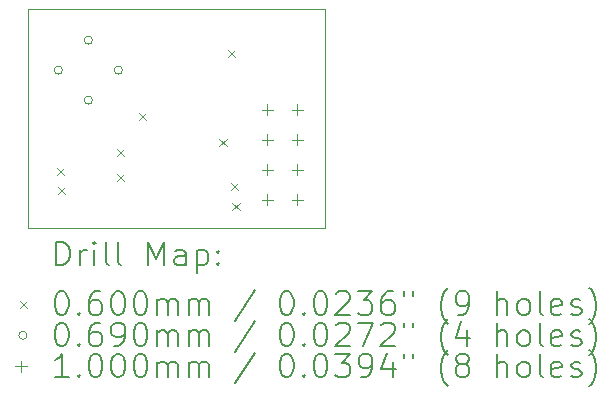
<source format=gbr>
%TF.GenerationSoftware,KiCad,Pcbnew,7.0.2*%
%TF.CreationDate,2023-05-24T09:17:06+02:00*%
%TF.ProjectId,PCB_Ewine,5043425f-4577-4696-9e65-2e6b69636164,rev?*%
%TF.SameCoordinates,Original*%
%TF.FileFunction,Drillmap*%
%TF.FilePolarity,Positive*%
%FSLAX45Y45*%
G04 Gerber Fmt 4.5, Leading zero omitted, Abs format (unit mm)*
G04 Created by KiCad (PCBNEW 7.0.2) date 2023-05-24 09:17:06*
%MOMM*%
%LPD*%
G01*
G04 APERTURE LIST*
%ADD10C,0.100000*%
%ADD11C,0.200000*%
%ADD12C,0.060000*%
%ADD13C,0.069000*%
G04 APERTURE END LIST*
D10*
X12985000Y-3500000D02*
X15500000Y-3500000D01*
X15500000Y-5350000D01*
X12985000Y-5350000D01*
X12985000Y-3500000D01*
D11*
D12*
X13230000Y-4840000D02*
X13290000Y-4900000D01*
X13290000Y-4840000D02*
X13230000Y-4900000D01*
X13240000Y-5000000D02*
X13300000Y-5060000D01*
X13300000Y-5000000D02*
X13240000Y-5060000D01*
X13740000Y-4680000D02*
X13800000Y-4740000D01*
X13800000Y-4680000D02*
X13740000Y-4740000D01*
X13740000Y-4890000D02*
X13800000Y-4950000D01*
X13800000Y-4890000D02*
X13740000Y-4950000D01*
X13930000Y-4380000D02*
X13990000Y-4440000D01*
X13990000Y-4380000D02*
X13930000Y-4440000D01*
X14610000Y-4600000D02*
X14670000Y-4660000D01*
X14670000Y-4600000D02*
X14610000Y-4660000D01*
X14680000Y-3840000D02*
X14740000Y-3900000D01*
X14740000Y-3840000D02*
X14680000Y-3900000D01*
X14710000Y-4970000D02*
X14770000Y-5030000D01*
X14770000Y-4970000D02*
X14710000Y-5030000D01*
X14720000Y-5140000D02*
X14780000Y-5200000D01*
X14780000Y-5140000D02*
X14720000Y-5200000D01*
D13*
X13280500Y-4014000D02*
G75*
G03*
X13280500Y-4014000I-34500J0D01*
G01*
X13534500Y-3760000D02*
G75*
G03*
X13534500Y-3760000I-34500J0D01*
G01*
X13534500Y-4268000D02*
G75*
G03*
X13534500Y-4268000I-34500J0D01*
G01*
X13788500Y-4014000D02*
G75*
G03*
X13788500Y-4014000I-34500J0D01*
G01*
D10*
X15016000Y-4298000D02*
X15016000Y-4398000D01*
X14966000Y-4348000D02*
X15066000Y-4348000D01*
X15016000Y-4552000D02*
X15016000Y-4652000D01*
X14966000Y-4602000D02*
X15066000Y-4602000D01*
X15016000Y-4806000D02*
X15016000Y-4906000D01*
X14966000Y-4856000D02*
X15066000Y-4856000D01*
X15016000Y-5060000D02*
X15016000Y-5160000D01*
X14966000Y-5110000D02*
X15066000Y-5110000D01*
X15270000Y-4298000D02*
X15270000Y-4398000D01*
X15220000Y-4348000D02*
X15320000Y-4348000D01*
X15270000Y-4552000D02*
X15270000Y-4652000D01*
X15220000Y-4602000D02*
X15320000Y-4602000D01*
X15270000Y-4806000D02*
X15270000Y-4906000D01*
X15220000Y-4856000D02*
X15320000Y-4856000D01*
X15270000Y-5060000D02*
X15270000Y-5160000D01*
X15220000Y-5110000D02*
X15320000Y-5110000D01*
D11*
X13227619Y-5667524D02*
X13227619Y-5467524D01*
X13227619Y-5467524D02*
X13275238Y-5467524D01*
X13275238Y-5467524D02*
X13303809Y-5477048D01*
X13303809Y-5477048D02*
X13322857Y-5496095D01*
X13322857Y-5496095D02*
X13332381Y-5515143D01*
X13332381Y-5515143D02*
X13341905Y-5553238D01*
X13341905Y-5553238D02*
X13341905Y-5581810D01*
X13341905Y-5581810D02*
X13332381Y-5619905D01*
X13332381Y-5619905D02*
X13322857Y-5638952D01*
X13322857Y-5638952D02*
X13303809Y-5658000D01*
X13303809Y-5658000D02*
X13275238Y-5667524D01*
X13275238Y-5667524D02*
X13227619Y-5667524D01*
X13427619Y-5667524D02*
X13427619Y-5534190D01*
X13427619Y-5572286D02*
X13437143Y-5553238D01*
X13437143Y-5553238D02*
X13446667Y-5543714D01*
X13446667Y-5543714D02*
X13465714Y-5534190D01*
X13465714Y-5534190D02*
X13484762Y-5534190D01*
X13551428Y-5667524D02*
X13551428Y-5534190D01*
X13551428Y-5467524D02*
X13541905Y-5477048D01*
X13541905Y-5477048D02*
X13551428Y-5486571D01*
X13551428Y-5486571D02*
X13560952Y-5477048D01*
X13560952Y-5477048D02*
X13551428Y-5467524D01*
X13551428Y-5467524D02*
X13551428Y-5486571D01*
X13675238Y-5667524D02*
X13656190Y-5658000D01*
X13656190Y-5658000D02*
X13646667Y-5638952D01*
X13646667Y-5638952D02*
X13646667Y-5467524D01*
X13780000Y-5667524D02*
X13760952Y-5658000D01*
X13760952Y-5658000D02*
X13751428Y-5638952D01*
X13751428Y-5638952D02*
X13751428Y-5467524D01*
X14008571Y-5667524D02*
X14008571Y-5467524D01*
X14008571Y-5467524D02*
X14075238Y-5610381D01*
X14075238Y-5610381D02*
X14141905Y-5467524D01*
X14141905Y-5467524D02*
X14141905Y-5667524D01*
X14322857Y-5667524D02*
X14322857Y-5562762D01*
X14322857Y-5562762D02*
X14313333Y-5543714D01*
X14313333Y-5543714D02*
X14294286Y-5534190D01*
X14294286Y-5534190D02*
X14256190Y-5534190D01*
X14256190Y-5534190D02*
X14237143Y-5543714D01*
X14322857Y-5658000D02*
X14303809Y-5667524D01*
X14303809Y-5667524D02*
X14256190Y-5667524D01*
X14256190Y-5667524D02*
X14237143Y-5658000D01*
X14237143Y-5658000D02*
X14227619Y-5638952D01*
X14227619Y-5638952D02*
X14227619Y-5619905D01*
X14227619Y-5619905D02*
X14237143Y-5600857D01*
X14237143Y-5600857D02*
X14256190Y-5591333D01*
X14256190Y-5591333D02*
X14303809Y-5591333D01*
X14303809Y-5591333D02*
X14322857Y-5581810D01*
X14418095Y-5534190D02*
X14418095Y-5734190D01*
X14418095Y-5543714D02*
X14437143Y-5534190D01*
X14437143Y-5534190D02*
X14475238Y-5534190D01*
X14475238Y-5534190D02*
X14494286Y-5543714D01*
X14494286Y-5543714D02*
X14503809Y-5553238D01*
X14503809Y-5553238D02*
X14513333Y-5572286D01*
X14513333Y-5572286D02*
X14513333Y-5629428D01*
X14513333Y-5629428D02*
X14503809Y-5648476D01*
X14503809Y-5648476D02*
X14494286Y-5658000D01*
X14494286Y-5658000D02*
X14475238Y-5667524D01*
X14475238Y-5667524D02*
X14437143Y-5667524D01*
X14437143Y-5667524D02*
X14418095Y-5658000D01*
X14599048Y-5648476D02*
X14608571Y-5658000D01*
X14608571Y-5658000D02*
X14599048Y-5667524D01*
X14599048Y-5667524D02*
X14589524Y-5658000D01*
X14589524Y-5658000D02*
X14599048Y-5648476D01*
X14599048Y-5648476D02*
X14599048Y-5667524D01*
X14599048Y-5543714D02*
X14608571Y-5553238D01*
X14608571Y-5553238D02*
X14599048Y-5562762D01*
X14599048Y-5562762D02*
X14589524Y-5553238D01*
X14589524Y-5553238D02*
X14599048Y-5543714D01*
X14599048Y-5543714D02*
X14599048Y-5562762D01*
D12*
X12920000Y-5965000D02*
X12980000Y-6025000D01*
X12980000Y-5965000D02*
X12920000Y-6025000D01*
D11*
X13265714Y-5887524D02*
X13284762Y-5887524D01*
X13284762Y-5887524D02*
X13303809Y-5897048D01*
X13303809Y-5897048D02*
X13313333Y-5906571D01*
X13313333Y-5906571D02*
X13322857Y-5925619D01*
X13322857Y-5925619D02*
X13332381Y-5963714D01*
X13332381Y-5963714D02*
X13332381Y-6011333D01*
X13332381Y-6011333D02*
X13322857Y-6049428D01*
X13322857Y-6049428D02*
X13313333Y-6068476D01*
X13313333Y-6068476D02*
X13303809Y-6078000D01*
X13303809Y-6078000D02*
X13284762Y-6087524D01*
X13284762Y-6087524D02*
X13265714Y-6087524D01*
X13265714Y-6087524D02*
X13246667Y-6078000D01*
X13246667Y-6078000D02*
X13237143Y-6068476D01*
X13237143Y-6068476D02*
X13227619Y-6049428D01*
X13227619Y-6049428D02*
X13218095Y-6011333D01*
X13218095Y-6011333D02*
X13218095Y-5963714D01*
X13218095Y-5963714D02*
X13227619Y-5925619D01*
X13227619Y-5925619D02*
X13237143Y-5906571D01*
X13237143Y-5906571D02*
X13246667Y-5897048D01*
X13246667Y-5897048D02*
X13265714Y-5887524D01*
X13418095Y-6068476D02*
X13427619Y-6078000D01*
X13427619Y-6078000D02*
X13418095Y-6087524D01*
X13418095Y-6087524D02*
X13408571Y-6078000D01*
X13408571Y-6078000D02*
X13418095Y-6068476D01*
X13418095Y-6068476D02*
X13418095Y-6087524D01*
X13599048Y-5887524D02*
X13560952Y-5887524D01*
X13560952Y-5887524D02*
X13541905Y-5897048D01*
X13541905Y-5897048D02*
X13532381Y-5906571D01*
X13532381Y-5906571D02*
X13513333Y-5935143D01*
X13513333Y-5935143D02*
X13503809Y-5973238D01*
X13503809Y-5973238D02*
X13503809Y-6049428D01*
X13503809Y-6049428D02*
X13513333Y-6068476D01*
X13513333Y-6068476D02*
X13522857Y-6078000D01*
X13522857Y-6078000D02*
X13541905Y-6087524D01*
X13541905Y-6087524D02*
X13580000Y-6087524D01*
X13580000Y-6087524D02*
X13599048Y-6078000D01*
X13599048Y-6078000D02*
X13608571Y-6068476D01*
X13608571Y-6068476D02*
X13618095Y-6049428D01*
X13618095Y-6049428D02*
X13618095Y-6001809D01*
X13618095Y-6001809D02*
X13608571Y-5982762D01*
X13608571Y-5982762D02*
X13599048Y-5973238D01*
X13599048Y-5973238D02*
X13580000Y-5963714D01*
X13580000Y-5963714D02*
X13541905Y-5963714D01*
X13541905Y-5963714D02*
X13522857Y-5973238D01*
X13522857Y-5973238D02*
X13513333Y-5982762D01*
X13513333Y-5982762D02*
X13503809Y-6001809D01*
X13741905Y-5887524D02*
X13760952Y-5887524D01*
X13760952Y-5887524D02*
X13780000Y-5897048D01*
X13780000Y-5897048D02*
X13789524Y-5906571D01*
X13789524Y-5906571D02*
X13799048Y-5925619D01*
X13799048Y-5925619D02*
X13808571Y-5963714D01*
X13808571Y-5963714D02*
X13808571Y-6011333D01*
X13808571Y-6011333D02*
X13799048Y-6049428D01*
X13799048Y-6049428D02*
X13789524Y-6068476D01*
X13789524Y-6068476D02*
X13780000Y-6078000D01*
X13780000Y-6078000D02*
X13760952Y-6087524D01*
X13760952Y-6087524D02*
X13741905Y-6087524D01*
X13741905Y-6087524D02*
X13722857Y-6078000D01*
X13722857Y-6078000D02*
X13713333Y-6068476D01*
X13713333Y-6068476D02*
X13703809Y-6049428D01*
X13703809Y-6049428D02*
X13694286Y-6011333D01*
X13694286Y-6011333D02*
X13694286Y-5963714D01*
X13694286Y-5963714D02*
X13703809Y-5925619D01*
X13703809Y-5925619D02*
X13713333Y-5906571D01*
X13713333Y-5906571D02*
X13722857Y-5897048D01*
X13722857Y-5897048D02*
X13741905Y-5887524D01*
X13932381Y-5887524D02*
X13951429Y-5887524D01*
X13951429Y-5887524D02*
X13970476Y-5897048D01*
X13970476Y-5897048D02*
X13980000Y-5906571D01*
X13980000Y-5906571D02*
X13989524Y-5925619D01*
X13989524Y-5925619D02*
X13999048Y-5963714D01*
X13999048Y-5963714D02*
X13999048Y-6011333D01*
X13999048Y-6011333D02*
X13989524Y-6049428D01*
X13989524Y-6049428D02*
X13980000Y-6068476D01*
X13980000Y-6068476D02*
X13970476Y-6078000D01*
X13970476Y-6078000D02*
X13951429Y-6087524D01*
X13951429Y-6087524D02*
X13932381Y-6087524D01*
X13932381Y-6087524D02*
X13913333Y-6078000D01*
X13913333Y-6078000D02*
X13903809Y-6068476D01*
X13903809Y-6068476D02*
X13894286Y-6049428D01*
X13894286Y-6049428D02*
X13884762Y-6011333D01*
X13884762Y-6011333D02*
X13884762Y-5963714D01*
X13884762Y-5963714D02*
X13894286Y-5925619D01*
X13894286Y-5925619D02*
X13903809Y-5906571D01*
X13903809Y-5906571D02*
X13913333Y-5897048D01*
X13913333Y-5897048D02*
X13932381Y-5887524D01*
X14084762Y-6087524D02*
X14084762Y-5954190D01*
X14084762Y-5973238D02*
X14094286Y-5963714D01*
X14094286Y-5963714D02*
X14113333Y-5954190D01*
X14113333Y-5954190D02*
X14141905Y-5954190D01*
X14141905Y-5954190D02*
X14160952Y-5963714D01*
X14160952Y-5963714D02*
X14170476Y-5982762D01*
X14170476Y-5982762D02*
X14170476Y-6087524D01*
X14170476Y-5982762D02*
X14180000Y-5963714D01*
X14180000Y-5963714D02*
X14199048Y-5954190D01*
X14199048Y-5954190D02*
X14227619Y-5954190D01*
X14227619Y-5954190D02*
X14246667Y-5963714D01*
X14246667Y-5963714D02*
X14256190Y-5982762D01*
X14256190Y-5982762D02*
X14256190Y-6087524D01*
X14351429Y-6087524D02*
X14351429Y-5954190D01*
X14351429Y-5973238D02*
X14360952Y-5963714D01*
X14360952Y-5963714D02*
X14380000Y-5954190D01*
X14380000Y-5954190D02*
X14408571Y-5954190D01*
X14408571Y-5954190D02*
X14427619Y-5963714D01*
X14427619Y-5963714D02*
X14437143Y-5982762D01*
X14437143Y-5982762D02*
X14437143Y-6087524D01*
X14437143Y-5982762D02*
X14446667Y-5963714D01*
X14446667Y-5963714D02*
X14465714Y-5954190D01*
X14465714Y-5954190D02*
X14494286Y-5954190D01*
X14494286Y-5954190D02*
X14513333Y-5963714D01*
X14513333Y-5963714D02*
X14522857Y-5982762D01*
X14522857Y-5982762D02*
X14522857Y-6087524D01*
X14913333Y-5878000D02*
X14741905Y-6135143D01*
X15170476Y-5887524D02*
X15189524Y-5887524D01*
X15189524Y-5887524D02*
X15208572Y-5897048D01*
X15208572Y-5897048D02*
X15218095Y-5906571D01*
X15218095Y-5906571D02*
X15227619Y-5925619D01*
X15227619Y-5925619D02*
X15237143Y-5963714D01*
X15237143Y-5963714D02*
X15237143Y-6011333D01*
X15237143Y-6011333D02*
X15227619Y-6049428D01*
X15227619Y-6049428D02*
X15218095Y-6068476D01*
X15218095Y-6068476D02*
X15208572Y-6078000D01*
X15208572Y-6078000D02*
X15189524Y-6087524D01*
X15189524Y-6087524D02*
X15170476Y-6087524D01*
X15170476Y-6087524D02*
X15151429Y-6078000D01*
X15151429Y-6078000D02*
X15141905Y-6068476D01*
X15141905Y-6068476D02*
X15132381Y-6049428D01*
X15132381Y-6049428D02*
X15122857Y-6011333D01*
X15122857Y-6011333D02*
X15122857Y-5963714D01*
X15122857Y-5963714D02*
X15132381Y-5925619D01*
X15132381Y-5925619D02*
X15141905Y-5906571D01*
X15141905Y-5906571D02*
X15151429Y-5897048D01*
X15151429Y-5897048D02*
X15170476Y-5887524D01*
X15322857Y-6068476D02*
X15332381Y-6078000D01*
X15332381Y-6078000D02*
X15322857Y-6087524D01*
X15322857Y-6087524D02*
X15313333Y-6078000D01*
X15313333Y-6078000D02*
X15322857Y-6068476D01*
X15322857Y-6068476D02*
X15322857Y-6087524D01*
X15456191Y-5887524D02*
X15475238Y-5887524D01*
X15475238Y-5887524D02*
X15494286Y-5897048D01*
X15494286Y-5897048D02*
X15503810Y-5906571D01*
X15503810Y-5906571D02*
X15513333Y-5925619D01*
X15513333Y-5925619D02*
X15522857Y-5963714D01*
X15522857Y-5963714D02*
X15522857Y-6011333D01*
X15522857Y-6011333D02*
X15513333Y-6049428D01*
X15513333Y-6049428D02*
X15503810Y-6068476D01*
X15503810Y-6068476D02*
X15494286Y-6078000D01*
X15494286Y-6078000D02*
X15475238Y-6087524D01*
X15475238Y-6087524D02*
X15456191Y-6087524D01*
X15456191Y-6087524D02*
X15437143Y-6078000D01*
X15437143Y-6078000D02*
X15427619Y-6068476D01*
X15427619Y-6068476D02*
X15418095Y-6049428D01*
X15418095Y-6049428D02*
X15408572Y-6011333D01*
X15408572Y-6011333D02*
X15408572Y-5963714D01*
X15408572Y-5963714D02*
X15418095Y-5925619D01*
X15418095Y-5925619D02*
X15427619Y-5906571D01*
X15427619Y-5906571D02*
X15437143Y-5897048D01*
X15437143Y-5897048D02*
X15456191Y-5887524D01*
X15599048Y-5906571D02*
X15608572Y-5897048D01*
X15608572Y-5897048D02*
X15627619Y-5887524D01*
X15627619Y-5887524D02*
X15675238Y-5887524D01*
X15675238Y-5887524D02*
X15694286Y-5897048D01*
X15694286Y-5897048D02*
X15703810Y-5906571D01*
X15703810Y-5906571D02*
X15713333Y-5925619D01*
X15713333Y-5925619D02*
X15713333Y-5944667D01*
X15713333Y-5944667D02*
X15703810Y-5973238D01*
X15703810Y-5973238D02*
X15589524Y-6087524D01*
X15589524Y-6087524D02*
X15713333Y-6087524D01*
X15780000Y-5887524D02*
X15903810Y-5887524D01*
X15903810Y-5887524D02*
X15837143Y-5963714D01*
X15837143Y-5963714D02*
X15865714Y-5963714D01*
X15865714Y-5963714D02*
X15884762Y-5973238D01*
X15884762Y-5973238D02*
X15894286Y-5982762D01*
X15894286Y-5982762D02*
X15903810Y-6001809D01*
X15903810Y-6001809D02*
X15903810Y-6049428D01*
X15903810Y-6049428D02*
X15894286Y-6068476D01*
X15894286Y-6068476D02*
X15884762Y-6078000D01*
X15884762Y-6078000D02*
X15865714Y-6087524D01*
X15865714Y-6087524D02*
X15808572Y-6087524D01*
X15808572Y-6087524D02*
X15789524Y-6078000D01*
X15789524Y-6078000D02*
X15780000Y-6068476D01*
X16075238Y-5887524D02*
X16037143Y-5887524D01*
X16037143Y-5887524D02*
X16018095Y-5897048D01*
X16018095Y-5897048D02*
X16008572Y-5906571D01*
X16008572Y-5906571D02*
X15989524Y-5935143D01*
X15989524Y-5935143D02*
X15980000Y-5973238D01*
X15980000Y-5973238D02*
X15980000Y-6049428D01*
X15980000Y-6049428D02*
X15989524Y-6068476D01*
X15989524Y-6068476D02*
X15999048Y-6078000D01*
X15999048Y-6078000D02*
X16018095Y-6087524D01*
X16018095Y-6087524D02*
X16056191Y-6087524D01*
X16056191Y-6087524D02*
X16075238Y-6078000D01*
X16075238Y-6078000D02*
X16084762Y-6068476D01*
X16084762Y-6068476D02*
X16094286Y-6049428D01*
X16094286Y-6049428D02*
X16094286Y-6001809D01*
X16094286Y-6001809D02*
X16084762Y-5982762D01*
X16084762Y-5982762D02*
X16075238Y-5973238D01*
X16075238Y-5973238D02*
X16056191Y-5963714D01*
X16056191Y-5963714D02*
X16018095Y-5963714D01*
X16018095Y-5963714D02*
X15999048Y-5973238D01*
X15999048Y-5973238D02*
X15989524Y-5982762D01*
X15989524Y-5982762D02*
X15980000Y-6001809D01*
X16170476Y-5887524D02*
X16170476Y-5925619D01*
X16246667Y-5887524D02*
X16246667Y-5925619D01*
X16541905Y-6163714D02*
X16532381Y-6154190D01*
X16532381Y-6154190D02*
X16513334Y-6125619D01*
X16513334Y-6125619D02*
X16503810Y-6106571D01*
X16503810Y-6106571D02*
X16494286Y-6078000D01*
X16494286Y-6078000D02*
X16484762Y-6030381D01*
X16484762Y-6030381D02*
X16484762Y-5992286D01*
X16484762Y-5992286D02*
X16494286Y-5944667D01*
X16494286Y-5944667D02*
X16503810Y-5916095D01*
X16503810Y-5916095D02*
X16513334Y-5897048D01*
X16513334Y-5897048D02*
X16532381Y-5868476D01*
X16532381Y-5868476D02*
X16541905Y-5858952D01*
X16627619Y-6087524D02*
X16665714Y-6087524D01*
X16665714Y-6087524D02*
X16684762Y-6078000D01*
X16684762Y-6078000D02*
X16694286Y-6068476D01*
X16694286Y-6068476D02*
X16713334Y-6039905D01*
X16713334Y-6039905D02*
X16722857Y-6001809D01*
X16722857Y-6001809D02*
X16722857Y-5925619D01*
X16722857Y-5925619D02*
X16713334Y-5906571D01*
X16713334Y-5906571D02*
X16703810Y-5897048D01*
X16703810Y-5897048D02*
X16684762Y-5887524D01*
X16684762Y-5887524D02*
X16646667Y-5887524D01*
X16646667Y-5887524D02*
X16627619Y-5897048D01*
X16627619Y-5897048D02*
X16618095Y-5906571D01*
X16618095Y-5906571D02*
X16608572Y-5925619D01*
X16608572Y-5925619D02*
X16608572Y-5973238D01*
X16608572Y-5973238D02*
X16618095Y-5992286D01*
X16618095Y-5992286D02*
X16627619Y-6001809D01*
X16627619Y-6001809D02*
X16646667Y-6011333D01*
X16646667Y-6011333D02*
X16684762Y-6011333D01*
X16684762Y-6011333D02*
X16703810Y-6001809D01*
X16703810Y-6001809D02*
X16713334Y-5992286D01*
X16713334Y-5992286D02*
X16722857Y-5973238D01*
X16960953Y-6087524D02*
X16960953Y-5887524D01*
X17046667Y-6087524D02*
X17046667Y-5982762D01*
X17046667Y-5982762D02*
X17037143Y-5963714D01*
X17037143Y-5963714D02*
X17018096Y-5954190D01*
X17018096Y-5954190D02*
X16989524Y-5954190D01*
X16989524Y-5954190D02*
X16970477Y-5963714D01*
X16970477Y-5963714D02*
X16960953Y-5973238D01*
X17170477Y-6087524D02*
X17151429Y-6078000D01*
X17151429Y-6078000D02*
X17141905Y-6068476D01*
X17141905Y-6068476D02*
X17132381Y-6049428D01*
X17132381Y-6049428D02*
X17132381Y-5992286D01*
X17132381Y-5992286D02*
X17141905Y-5973238D01*
X17141905Y-5973238D02*
X17151429Y-5963714D01*
X17151429Y-5963714D02*
X17170477Y-5954190D01*
X17170477Y-5954190D02*
X17199048Y-5954190D01*
X17199048Y-5954190D02*
X17218096Y-5963714D01*
X17218096Y-5963714D02*
X17227619Y-5973238D01*
X17227619Y-5973238D02*
X17237143Y-5992286D01*
X17237143Y-5992286D02*
X17237143Y-6049428D01*
X17237143Y-6049428D02*
X17227619Y-6068476D01*
X17227619Y-6068476D02*
X17218096Y-6078000D01*
X17218096Y-6078000D02*
X17199048Y-6087524D01*
X17199048Y-6087524D02*
X17170477Y-6087524D01*
X17351429Y-6087524D02*
X17332381Y-6078000D01*
X17332381Y-6078000D02*
X17322858Y-6058952D01*
X17322858Y-6058952D02*
X17322858Y-5887524D01*
X17503810Y-6078000D02*
X17484762Y-6087524D01*
X17484762Y-6087524D02*
X17446667Y-6087524D01*
X17446667Y-6087524D02*
X17427619Y-6078000D01*
X17427619Y-6078000D02*
X17418096Y-6058952D01*
X17418096Y-6058952D02*
X17418096Y-5982762D01*
X17418096Y-5982762D02*
X17427619Y-5963714D01*
X17427619Y-5963714D02*
X17446667Y-5954190D01*
X17446667Y-5954190D02*
X17484762Y-5954190D01*
X17484762Y-5954190D02*
X17503810Y-5963714D01*
X17503810Y-5963714D02*
X17513334Y-5982762D01*
X17513334Y-5982762D02*
X17513334Y-6001809D01*
X17513334Y-6001809D02*
X17418096Y-6020857D01*
X17589524Y-6078000D02*
X17608572Y-6087524D01*
X17608572Y-6087524D02*
X17646667Y-6087524D01*
X17646667Y-6087524D02*
X17665715Y-6078000D01*
X17665715Y-6078000D02*
X17675239Y-6058952D01*
X17675239Y-6058952D02*
X17675239Y-6049428D01*
X17675239Y-6049428D02*
X17665715Y-6030381D01*
X17665715Y-6030381D02*
X17646667Y-6020857D01*
X17646667Y-6020857D02*
X17618096Y-6020857D01*
X17618096Y-6020857D02*
X17599048Y-6011333D01*
X17599048Y-6011333D02*
X17589524Y-5992286D01*
X17589524Y-5992286D02*
X17589524Y-5982762D01*
X17589524Y-5982762D02*
X17599048Y-5963714D01*
X17599048Y-5963714D02*
X17618096Y-5954190D01*
X17618096Y-5954190D02*
X17646667Y-5954190D01*
X17646667Y-5954190D02*
X17665715Y-5963714D01*
X17741905Y-6163714D02*
X17751429Y-6154190D01*
X17751429Y-6154190D02*
X17770477Y-6125619D01*
X17770477Y-6125619D02*
X17780000Y-6106571D01*
X17780000Y-6106571D02*
X17789524Y-6078000D01*
X17789524Y-6078000D02*
X17799048Y-6030381D01*
X17799048Y-6030381D02*
X17799048Y-5992286D01*
X17799048Y-5992286D02*
X17789524Y-5944667D01*
X17789524Y-5944667D02*
X17780000Y-5916095D01*
X17780000Y-5916095D02*
X17770477Y-5897048D01*
X17770477Y-5897048D02*
X17751429Y-5868476D01*
X17751429Y-5868476D02*
X17741905Y-5858952D01*
D13*
X12980000Y-6259000D02*
G75*
G03*
X12980000Y-6259000I-34500J0D01*
G01*
D11*
X13265714Y-6151524D02*
X13284762Y-6151524D01*
X13284762Y-6151524D02*
X13303809Y-6161048D01*
X13303809Y-6161048D02*
X13313333Y-6170571D01*
X13313333Y-6170571D02*
X13322857Y-6189619D01*
X13322857Y-6189619D02*
X13332381Y-6227714D01*
X13332381Y-6227714D02*
X13332381Y-6275333D01*
X13332381Y-6275333D02*
X13322857Y-6313428D01*
X13322857Y-6313428D02*
X13313333Y-6332476D01*
X13313333Y-6332476D02*
X13303809Y-6342000D01*
X13303809Y-6342000D02*
X13284762Y-6351524D01*
X13284762Y-6351524D02*
X13265714Y-6351524D01*
X13265714Y-6351524D02*
X13246667Y-6342000D01*
X13246667Y-6342000D02*
X13237143Y-6332476D01*
X13237143Y-6332476D02*
X13227619Y-6313428D01*
X13227619Y-6313428D02*
X13218095Y-6275333D01*
X13218095Y-6275333D02*
X13218095Y-6227714D01*
X13218095Y-6227714D02*
X13227619Y-6189619D01*
X13227619Y-6189619D02*
X13237143Y-6170571D01*
X13237143Y-6170571D02*
X13246667Y-6161048D01*
X13246667Y-6161048D02*
X13265714Y-6151524D01*
X13418095Y-6332476D02*
X13427619Y-6342000D01*
X13427619Y-6342000D02*
X13418095Y-6351524D01*
X13418095Y-6351524D02*
X13408571Y-6342000D01*
X13408571Y-6342000D02*
X13418095Y-6332476D01*
X13418095Y-6332476D02*
X13418095Y-6351524D01*
X13599048Y-6151524D02*
X13560952Y-6151524D01*
X13560952Y-6151524D02*
X13541905Y-6161048D01*
X13541905Y-6161048D02*
X13532381Y-6170571D01*
X13532381Y-6170571D02*
X13513333Y-6199143D01*
X13513333Y-6199143D02*
X13503809Y-6237238D01*
X13503809Y-6237238D02*
X13503809Y-6313428D01*
X13503809Y-6313428D02*
X13513333Y-6332476D01*
X13513333Y-6332476D02*
X13522857Y-6342000D01*
X13522857Y-6342000D02*
X13541905Y-6351524D01*
X13541905Y-6351524D02*
X13580000Y-6351524D01*
X13580000Y-6351524D02*
X13599048Y-6342000D01*
X13599048Y-6342000D02*
X13608571Y-6332476D01*
X13608571Y-6332476D02*
X13618095Y-6313428D01*
X13618095Y-6313428D02*
X13618095Y-6265809D01*
X13618095Y-6265809D02*
X13608571Y-6246762D01*
X13608571Y-6246762D02*
X13599048Y-6237238D01*
X13599048Y-6237238D02*
X13580000Y-6227714D01*
X13580000Y-6227714D02*
X13541905Y-6227714D01*
X13541905Y-6227714D02*
X13522857Y-6237238D01*
X13522857Y-6237238D02*
X13513333Y-6246762D01*
X13513333Y-6246762D02*
X13503809Y-6265809D01*
X13713333Y-6351524D02*
X13751428Y-6351524D01*
X13751428Y-6351524D02*
X13770476Y-6342000D01*
X13770476Y-6342000D02*
X13780000Y-6332476D01*
X13780000Y-6332476D02*
X13799048Y-6303905D01*
X13799048Y-6303905D02*
X13808571Y-6265809D01*
X13808571Y-6265809D02*
X13808571Y-6189619D01*
X13808571Y-6189619D02*
X13799048Y-6170571D01*
X13799048Y-6170571D02*
X13789524Y-6161048D01*
X13789524Y-6161048D02*
X13770476Y-6151524D01*
X13770476Y-6151524D02*
X13732381Y-6151524D01*
X13732381Y-6151524D02*
X13713333Y-6161048D01*
X13713333Y-6161048D02*
X13703809Y-6170571D01*
X13703809Y-6170571D02*
X13694286Y-6189619D01*
X13694286Y-6189619D02*
X13694286Y-6237238D01*
X13694286Y-6237238D02*
X13703809Y-6256286D01*
X13703809Y-6256286D02*
X13713333Y-6265809D01*
X13713333Y-6265809D02*
X13732381Y-6275333D01*
X13732381Y-6275333D02*
X13770476Y-6275333D01*
X13770476Y-6275333D02*
X13789524Y-6265809D01*
X13789524Y-6265809D02*
X13799048Y-6256286D01*
X13799048Y-6256286D02*
X13808571Y-6237238D01*
X13932381Y-6151524D02*
X13951429Y-6151524D01*
X13951429Y-6151524D02*
X13970476Y-6161048D01*
X13970476Y-6161048D02*
X13980000Y-6170571D01*
X13980000Y-6170571D02*
X13989524Y-6189619D01*
X13989524Y-6189619D02*
X13999048Y-6227714D01*
X13999048Y-6227714D02*
X13999048Y-6275333D01*
X13999048Y-6275333D02*
X13989524Y-6313428D01*
X13989524Y-6313428D02*
X13980000Y-6332476D01*
X13980000Y-6332476D02*
X13970476Y-6342000D01*
X13970476Y-6342000D02*
X13951429Y-6351524D01*
X13951429Y-6351524D02*
X13932381Y-6351524D01*
X13932381Y-6351524D02*
X13913333Y-6342000D01*
X13913333Y-6342000D02*
X13903809Y-6332476D01*
X13903809Y-6332476D02*
X13894286Y-6313428D01*
X13894286Y-6313428D02*
X13884762Y-6275333D01*
X13884762Y-6275333D02*
X13884762Y-6227714D01*
X13884762Y-6227714D02*
X13894286Y-6189619D01*
X13894286Y-6189619D02*
X13903809Y-6170571D01*
X13903809Y-6170571D02*
X13913333Y-6161048D01*
X13913333Y-6161048D02*
X13932381Y-6151524D01*
X14084762Y-6351524D02*
X14084762Y-6218190D01*
X14084762Y-6237238D02*
X14094286Y-6227714D01*
X14094286Y-6227714D02*
X14113333Y-6218190D01*
X14113333Y-6218190D02*
X14141905Y-6218190D01*
X14141905Y-6218190D02*
X14160952Y-6227714D01*
X14160952Y-6227714D02*
X14170476Y-6246762D01*
X14170476Y-6246762D02*
X14170476Y-6351524D01*
X14170476Y-6246762D02*
X14180000Y-6227714D01*
X14180000Y-6227714D02*
X14199048Y-6218190D01*
X14199048Y-6218190D02*
X14227619Y-6218190D01*
X14227619Y-6218190D02*
X14246667Y-6227714D01*
X14246667Y-6227714D02*
X14256190Y-6246762D01*
X14256190Y-6246762D02*
X14256190Y-6351524D01*
X14351429Y-6351524D02*
X14351429Y-6218190D01*
X14351429Y-6237238D02*
X14360952Y-6227714D01*
X14360952Y-6227714D02*
X14380000Y-6218190D01*
X14380000Y-6218190D02*
X14408571Y-6218190D01*
X14408571Y-6218190D02*
X14427619Y-6227714D01*
X14427619Y-6227714D02*
X14437143Y-6246762D01*
X14437143Y-6246762D02*
X14437143Y-6351524D01*
X14437143Y-6246762D02*
X14446667Y-6227714D01*
X14446667Y-6227714D02*
X14465714Y-6218190D01*
X14465714Y-6218190D02*
X14494286Y-6218190D01*
X14494286Y-6218190D02*
X14513333Y-6227714D01*
X14513333Y-6227714D02*
X14522857Y-6246762D01*
X14522857Y-6246762D02*
X14522857Y-6351524D01*
X14913333Y-6142000D02*
X14741905Y-6399143D01*
X15170476Y-6151524D02*
X15189524Y-6151524D01*
X15189524Y-6151524D02*
X15208572Y-6161048D01*
X15208572Y-6161048D02*
X15218095Y-6170571D01*
X15218095Y-6170571D02*
X15227619Y-6189619D01*
X15227619Y-6189619D02*
X15237143Y-6227714D01*
X15237143Y-6227714D02*
X15237143Y-6275333D01*
X15237143Y-6275333D02*
X15227619Y-6313428D01*
X15227619Y-6313428D02*
X15218095Y-6332476D01*
X15218095Y-6332476D02*
X15208572Y-6342000D01*
X15208572Y-6342000D02*
X15189524Y-6351524D01*
X15189524Y-6351524D02*
X15170476Y-6351524D01*
X15170476Y-6351524D02*
X15151429Y-6342000D01*
X15151429Y-6342000D02*
X15141905Y-6332476D01*
X15141905Y-6332476D02*
X15132381Y-6313428D01*
X15132381Y-6313428D02*
X15122857Y-6275333D01*
X15122857Y-6275333D02*
X15122857Y-6227714D01*
X15122857Y-6227714D02*
X15132381Y-6189619D01*
X15132381Y-6189619D02*
X15141905Y-6170571D01*
X15141905Y-6170571D02*
X15151429Y-6161048D01*
X15151429Y-6161048D02*
X15170476Y-6151524D01*
X15322857Y-6332476D02*
X15332381Y-6342000D01*
X15332381Y-6342000D02*
X15322857Y-6351524D01*
X15322857Y-6351524D02*
X15313333Y-6342000D01*
X15313333Y-6342000D02*
X15322857Y-6332476D01*
X15322857Y-6332476D02*
X15322857Y-6351524D01*
X15456191Y-6151524D02*
X15475238Y-6151524D01*
X15475238Y-6151524D02*
X15494286Y-6161048D01*
X15494286Y-6161048D02*
X15503810Y-6170571D01*
X15503810Y-6170571D02*
X15513333Y-6189619D01*
X15513333Y-6189619D02*
X15522857Y-6227714D01*
X15522857Y-6227714D02*
X15522857Y-6275333D01*
X15522857Y-6275333D02*
X15513333Y-6313428D01*
X15513333Y-6313428D02*
X15503810Y-6332476D01*
X15503810Y-6332476D02*
X15494286Y-6342000D01*
X15494286Y-6342000D02*
X15475238Y-6351524D01*
X15475238Y-6351524D02*
X15456191Y-6351524D01*
X15456191Y-6351524D02*
X15437143Y-6342000D01*
X15437143Y-6342000D02*
X15427619Y-6332476D01*
X15427619Y-6332476D02*
X15418095Y-6313428D01*
X15418095Y-6313428D02*
X15408572Y-6275333D01*
X15408572Y-6275333D02*
X15408572Y-6227714D01*
X15408572Y-6227714D02*
X15418095Y-6189619D01*
X15418095Y-6189619D02*
X15427619Y-6170571D01*
X15427619Y-6170571D02*
X15437143Y-6161048D01*
X15437143Y-6161048D02*
X15456191Y-6151524D01*
X15599048Y-6170571D02*
X15608572Y-6161048D01*
X15608572Y-6161048D02*
X15627619Y-6151524D01*
X15627619Y-6151524D02*
X15675238Y-6151524D01*
X15675238Y-6151524D02*
X15694286Y-6161048D01*
X15694286Y-6161048D02*
X15703810Y-6170571D01*
X15703810Y-6170571D02*
X15713333Y-6189619D01*
X15713333Y-6189619D02*
X15713333Y-6208667D01*
X15713333Y-6208667D02*
X15703810Y-6237238D01*
X15703810Y-6237238D02*
X15589524Y-6351524D01*
X15589524Y-6351524D02*
X15713333Y-6351524D01*
X15780000Y-6151524D02*
X15913333Y-6151524D01*
X15913333Y-6151524D02*
X15827619Y-6351524D01*
X15980000Y-6170571D02*
X15989524Y-6161048D01*
X15989524Y-6161048D02*
X16008572Y-6151524D01*
X16008572Y-6151524D02*
X16056191Y-6151524D01*
X16056191Y-6151524D02*
X16075238Y-6161048D01*
X16075238Y-6161048D02*
X16084762Y-6170571D01*
X16084762Y-6170571D02*
X16094286Y-6189619D01*
X16094286Y-6189619D02*
X16094286Y-6208667D01*
X16094286Y-6208667D02*
X16084762Y-6237238D01*
X16084762Y-6237238D02*
X15970476Y-6351524D01*
X15970476Y-6351524D02*
X16094286Y-6351524D01*
X16170476Y-6151524D02*
X16170476Y-6189619D01*
X16246667Y-6151524D02*
X16246667Y-6189619D01*
X16541905Y-6427714D02*
X16532381Y-6418190D01*
X16532381Y-6418190D02*
X16513334Y-6389619D01*
X16513334Y-6389619D02*
X16503810Y-6370571D01*
X16503810Y-6370571D02*
X16494286Y-6342000D01*
X16494286Y-6342000D02*
X16484762Y-6294381D01*
X16484762Y-6294381D02*
X16484762Y-6256286D01*
X16484762Y-6256286D02*
X16494286Y-6208667D01*
X16494286Y-6208667D02*
X16503810Y-6180095D01*
X16503810Y-6180095D02*
X16513334Y-6161048D01*
X16513334Y-6161048D02*
X16532381Y-6132476D01*
X16532381Y-6132476D02*
X16541905Y-6122952D01*
X16703810Y-6218190D02*
X16703810Y-6351524D01*
X16656191Y-6142000D02*
X16608572Y-6284857D01*
X16608572Y-6284857D02*
X16732381Y-6284857D01*
X16960953Y-6351524D02*
X16960953Y-6151524D01*
X17046667Y-6351524D02*
X17046667Y-6246762D01*
X17046667Y-6246762D02*
X17037143Y-6227714D01*
X17037143Y-6227714D02*
X17018096Y-6218190D01*
X17018096Y-6218190D02*
X16989524Y-6218190D01*
X16989524Y-6218190D02*
X16970477Y-6227714D01*
X16970477Y-6227714D02*
X16960953Y-6237238D01*
X17170477Y-6351524D02*
X17151429Y-6342000D01*
X17151429Y-6342000D02*
X17141905Y-6332476D01*
X17141905Y-6332476D02*
X17132381Y-6313428D01*
X17132381Y-6313428D02*
X17132381Y-6256286D01*
X17132381Y-6256286D02*
X17141905Y-6237238D01*
X17141905Y-6237238D02*
X17151429Y-6227714D01*
X17151429Y-6227714D02*
X17170477Y-6218190D01*
X17170477Y-6218190D02*
X17199048Y-6218190D01*
X17199048Y-6218190D02*
X17218096Y-6227714D01*
X17218096Y-6227714D02*
X17227619Y-6237238D01*
X17227619Y-6237238D02*
X17237143Y-6256286D01*
X17237143Y-6256286D02*
X17237143Y-6313428D01*
X17237143Y-6313428D02*
X17227619Y-6332476D01*
X17227619Y-6332476D02*
X17218096Y-6342000D01*
X17218096Y-6342000D02*
X17199048Y-6351524D01*
X17199048Y-6351524D02*
X17170477Y-6351524D01*
X17351429Y-6351524D02*
X17332381Y-6342000D01*
X17332381Y-6342000D02*
X17322858Y-6322952D01*
X17322858Y-6322952D02*
X17322858Y-6151524D01*
X17503810Y-6342000D02*
X17484762Y-6351524D01*
X17484762Y-6351524D02*
X17446667Y-6351524D01*
X17446667Y-6351524D02*
X17427619Y-6342000D01*
X17427619Y-6342000D02*
X17418096Y-6322952D01*
X17418096Y-6322952D02*
X17418096Y-6246762D01*
X17418096Y-6246762D02*
X17427619Y-6227714D01*
X17427619Y-6227714D02*
X17446667Y-6218190D01*
X17446667Y-6218190D02*
X17484762Y-6218190D01*
X17484762Y-6218190D02*
X17503810Y-6227714D01*
X17503810Y-6227714D02*
X17513334Y-6246762D01*
X17513334Y-6246762D02*
X17513334Y-6265809D01*
X17513334Y-6265809D02*
X17418096Y-6284857D01*
X17589524Y-6342000D02*
X17608572Y-6351524D01*
X17608572Y-6351524D02*
X17646667Y-6351524D01*
X17646667Y-6351524D02*
X17665715Y-6342000D01*
X17665715Y-6342000D02*
X17675239Y-6322952D01*
X17675239Y-6322952D02*
X17675239Y-6313428D01*
X17675239Y-6313428D02*
X17665715Y-6294381D01*
X17665715Y-6294381D02*
X17646667Y-6284857D01*
X17646667Y-6284857D02*
X17618096Y-6284857D01*
X17618096Y-6284857D02*
X17599048Y-6275333D01*
X17599048Y-6275333D02*
X17589524Y-6256286D01*
X17589524Y-6256286D02*
X17589524Y-6246762D01*
X17589524Y-6246762D02*
X17599048Y-6227714D01*
X17599048Y-6227714D02*
X17618096Y-6218190D01*
X17618096Y-6218190D02*
X17646667Y-6218190D01*
X17646667Y-6218190D02*
X17665715Y-6227714D01*
X17741905Y-6427714D02*
X17751429Y-6418190D01*
X17751429Y-6418190D02*
X17770477Y-6389619D01*
X17770477Y-6389619D02*
X17780000Y-6370571D01*
X17780000Y-6370571D02*
X17789524Y-6342000D01*
X17789524Y-6342000D02*
X17799048Y-6294381D01*
X17799048Y-6294381D02*
X17799048Y-6256286D01*
X17799048Y-6256286D02*
X17789524Y-6208667D01*
X17789524Y-6208667D02*
X17780000Y-6180095D01*
X17780000Y-6180095D02*
X17770477Y-6161048D01*
X17770477Y-6161048D02*
X17751429Y-6132476D01*
X17751429Y-6132476D02*
X17741905Y-6122952D01*
D10*
X12930000Y-6473000D02*
X12930000Y-6573000D01*
X12880000Y-6523000D02*
X12980000Y-6523000D01*
D11*
X13332381Y-6615524D02*
X13218095Y-6615524D01*
X13275238Y-6615524D02*
X13275238Y-6415524D01*
X13275238Y-6415524D02*
X13256190Y-6444095D01*
X13256190Y-6444095D02*
X13237143Y-6463143D01*
X13237143Y-6463143D02*
X13218095Y-6472667D01*
X13418095Y-6596476D02*
X13427619Y-6606000D01*
X13427619Y-6606000D02*
X13418095Y-6615524D01*
X13418095Y-6615524D02*
X13408571Y-6606000D01*
X13408571Y-6606000D02*
X13418095Y-6596476D01*
X13418095Y-6596476D02*
X13418095Y-6615524D01*
X13551428Y-6415524D02*
X13570476Y-6415524D01*
X13570476Y-6415524D02*
X13589524Y-6425048D01*
X13589524Y-6425048D02*
X13599048Y-6434571D01*
X13599048Y-6434571D02*
X13608571Y-6453619D01*
X13608571Y-6453619D02*
X13618095Y-6491714D01*
X13618095Y-6491714D02*
X13618095Y-6539333D01*
X13618095Y-6539333D02*
X13608571Y-6577428D01*
X13608571Y-6577428D02*
X13599048Y-6596476D01*
X13599048Y-6596476D02*
X13589524Y-6606000D01*
X13589524Y-6606000D02*
X13570476Y-6615524D01*
X13570476Y-6615524D02*
X13551428Y-6615524D01*
X13551428Y-6615524D02*
X13532381Y-6606000D01*
X13532381Y-6606000D02*
X13522857Y-6596476D01*
X13522857Y-6596476D02*
X13513333Y-6577428D01*
X13513333Y-6577428D02*
X13503809Y-6539333D01*
X13503809Y-6539333D02*
X13503809Y-6491714D01*
X13503809Y-6491714D02*
X13513333Y-6453619D01*
X13513333Y-6453619D02*
X13522857Y-6434571D01*
X13522857Y-6434571D02*
X13532381Y-6425048D01*
X13532381Y-6425048D02*
X13551428Y-6415524D01*
X13741905Y-6415524D02*
X13760952Y-6415524D01*
X13760952Y-6415524D02*
X13780000Y-6425048D01*
X13780000Y-6425048D02*
X13789524Y-6434571D01*
X13789524Y-6434571D02*
X13799048Y-6453619D01*
X13799048Y-6453619D02*
X13808571Y-6491714D01*
X13808571Y-6491714D02*
X13808571Y-6539333D01*
X13808571Y-6539333D02*
X13799048Y-6577428D01*
X13799048Y-6577428D02*
X13789524Y-6596476D01*
X13789524Y-6596476D02*
X13780000Y-6606000D01*
X13780000Y-6606000D02*
X13760952Y-6615524D01*
X13760952Y-6615524D02*
X13741905Y-6615524D01*
X13741905Y-6615524D02*
X13722857Y-6606000D01*
X13722857Y-6606000D02*
X13713333Y-6596476D01*
X13713333Y-6596476D02*
X13703809Y-6577428D01*
X13703809Y-6577428D02*
X13694286Y-6539333D01*
X13694286Y-6539333D02*
X13694286Y-6491714D01*
X13694286Y-6491714D02*
X13703809Y-6453619D01*
X13703809Y-6453619D02*
X13713333Y-6434571D01*
X13713333Y-6434571D02*
X13722857Y-6425048D01*
X13722857Y-6425048D02*
X13741905Y-6415524D01*
X13932381Y-6415524D02*
X13951429Y-6415524D01*
X13951429Y-6415524D02*
X13970476Y-6425048D01*
X13970476Y-6425048D02*
X13980000Y-6434571D01*
X13980000Y-6434571D02*
X13989524Y-6453619D01*
X13989524Y-6453619D02*
X13999048Y-6491714D01*
X13999048Y-6491714D02*
X13999048Y-6539333D01*
X13999048Y-6539333D02*
X13989524Y-6577428D01*
X13989524Y-6577428D02*
X13980000Y-6596476D01*
X13980000Y-6596476D02*
X13970476Y-6606000D01*
X13970476Y-6606000D02*
X13951429Y-6615524D01*
X13951429Y-6615524D02*
X13932381Y-6615524D01*
X13932381Y-6615524D02*
X13913333Y-6606000D01*
X13913333Y-6606000D02*
X13903809Y-6596476D01*
X13903809Y-6596476D02*
X13894286Y-6577428D01*
X13894286Y-6577428D02*
X13884762Y-6539333D01*
X13884762Y-6539333D02*
X13884762Y-6491714D01*
X13884762Y-6491714D02*
X13894286Y-6453619D01*
X13894286Y-6453619D02*
X13903809Y-6434571D01*
X13903809Y-6434571D02*
X13913333Y-6425048D01*
X13913333Y-6425048D02*
X13932381Y-6415524D01*
X14084762Y-6615524D02*
X14084762Y-6482190D01*
X14084762Y-6501238D02*
X14094286Y-6491714D01*
X14094286Y-6491714D02*
X14113333Y-6482190D01*
X14113333Y-6482190D02*
X14141905Y-6482190D01*
X14141905Y-6482190D02*
X14160952Y-6491714D01*
X14160952Y-6491714D02*
X14170476Y-6510762D01*
X14170476Y-6510762D02*
X14170476Y-6615524D01*
X14170476Y-6510762D02*
X14180000Y-6491714D01*
X14180000Y-6491714D02*
X14199048Y-6482190D01*
X14199048Y-6482190D02*
X14227619Y-6482190D01*
X14227619Y-6482190D02*
X14246667Y-6491714D01*
X14246667Y-6491714D02*
X14256190Y-6510762D01*
X14256190Y-6510762D02*
X14256190Y-6615524D01*
X14351429Y-6615524D02*
X14351429Y-6482190D01*
X14351429Y-6501238D02*
X14360952Y-6491714D01*
X14360952Y-6491714D02*
X14380000Y-6482190D01*
X14380000Y-6482190D02*
X14408571Y-6482190D01*
X14408571Y-6482190D02*
X14427619Y-6491714D01*
X14427619Y-6491714D02*
X14437143Y-6510762D01*
X14437143Y-6510762D02*
X14437143Y-6615524D01*
X14437143Y-6510762D02*
X14446667Y-6491714D01*
X14446667Y-6491714D02*
X14465714Y-6482190D01*
X14465714Y-6482190D02*
X14494286Y-6482190D01*
X14494286Y-6482190D02*
X14513333Y-6491714D01*
X14513333Y-6491714D02*
X14522857Y-6510762D01*
X14522857Y-6510762D02*
X14522857Y-6615524D01*
X14913333Y-6406000D02*
X14741905Y-6663143D01*
X15170476Y-6415524D02*
X15189524Y-6415524D01*
X15189524Y-6415524D02*
X15208572Y-6425048D01*
X15208572Y-6425048D02*
X15218095Y-6434571D01*
X15218095Y-6434571D02*
X15227619Y-6453619D01*
X15227619Y-6453619D02*
X15237143Y-6491714D01*
X15237143Y-6491714D02*
X15237143Y-6539333D01*
X15237143Y-6539333D02*
X15227619Y-6577428D01*
X15227619Y-6577428D02*
X15218095Y-6596476D01*
X15218095Y-6596476D02*
X15208572Y-6606000D01*
X15208572Y-6606000D02*
X15189524Y-6615524D01*
X15189524Y-6615524D02*
X15170476Y-6615524D01*
X15170476Y-6615524D02*
X15151429Y-6606000D01*
X15151429Y-6606000D02*
X15141905Y-6596476D01*
X15141905Y-6596476D02*
X15132381Y-6577428D01*
X15132381Y-6577428D02*
X15122857Y-6539333D01*
X15122857Y-6539333D02*
X15122857Y-6491714D01*
X15122857Y-6491714D02*
X15132381Y-6453619D01*
X15132381Y-6453619D02*
X15141905Y-6434571D01*
X15141905Y-6434571D02*
X15151429Y-6425048D01*
X15151429Y-6425048D02*
X15170476Y-6415524D01*
X15322857Y-6596476D02*
X15332381Y-6606000D01*
X15332381Y-6606000D02*
X15322857Y-6615524D01*
X15322857Y-6615524D02*
X15313333Y-6606000D01*
X15313333Y-6606000D02*
X15322857Y-6596476D01*
X15322857Y-6596476D02*
X15322857Y-6615524D01*
X15456191Y-6415524D02*
X15475238Y-6415524D01*
X15475238Y-6415524D02*
X15494286Y-6425048D01*
X15494286Y-6425048D02*
X15503810Y-6434571D01*
X15503810Y-6434571D02*
X15513333Y-6453619D01*
X15513333Y-6453619D02*
X15522857Y-6491714D01*
X15522857Y-6491714D02*
X15522857Y-6539333D01*
X15522857Y-6539333D02*
X15513333Y-6577428D01*
X15513333Y-6577428D02*
X15503810Y-6596476D01*
X15503810Y-6596476D02*
X15494286Y-6606000D01*
X15494286Y-6606000D02*
X15475238Y-6615524D01*
X15475238Y-6615524D02*
X15456191Y-6615524D01*
X15456191Y-6615524D02*
X15437143Y-6606000D01*
X15437143Y-6606000D02*
X15427619Y-6596476D01*
X15427619Y-6596476D02*
X15418095Y-6577428D01*
X15418095Y-6577428D02*
X15408572Y-6539333D01*
X15408572Y-6539333D02*
X15408572Y-6491714D01*
X15408572Y-6491714D02*
X15418095Y-6453619D01*
X15418095Y-6453619D02*
X15427619Y-6434571D01*
X15427619Y-6434571D02*
X15437143Y-6425048D01*
X15437143Y-6425048D02*
X15456191Y-6415524D01*
X15589524Y-6415524D02*
X15713333Y-6415524D01*
X15713333Y-6415524D02*
X15646667Y-6491714D01*
X15646667Y-6491714D02*
X15675238Y-6491714D01*
X15675238Y-6491714D02*
X15694286Y-6501238D01*
X15694286Y-6501238D02*
X15703810Y-6510762D01*
X15703810Y-6510762D02*
X15713333Y-6529809D01*
X15713333Y-6529809D02*
X15713333Y-6577428D01*
X15713333Y-6577428D02*
X15703810Y-6596476D01*
X15703810Y-6596476D02*
X15694286Y-6606000D01*
X15694286Y-6606000D02*
X15675238Y-6615524D01*
X15675238Y-6615524D02*
X15618095Y-6615524D01*
X15618095Y-6615524D02*
X15599048Y-6606000D01*
X15599048Y-6606000D02*
X15589524Y-6596476D01*
X15808572Y-6615524D02*
X15846667Y-6615524D01*
X15846667Y-6615524D02*
X15865714Y-6606000D01*
X15865714Y-6606000D02*
X15875238Y-6596476D01*
X15875238Y-6596476D02*
X15894286Y-6567905D01*
X15894286Y-6567905D02*
X15903810Y-6529809D01*
X15903810Y-6529809D02*
X15903810Y-6453619D01*
X15903810Y-6453619D02*
X15894286Y-6434571D01*
X15894286Y-6434571D02*
X15884762Y-6425048D01*
X15884762Y-6425048D02*
X15865714Y-6415524D01*
X15865714Y-6415524D02*
X15827619Y-6415524D01*
X15827619Y-6415524D02*
X15808572Y-6425048D01*
X15808572Y-6425048D02*
X15799048Y-6434571D01*
X15799048Y-6434571D02*
X15789524Y-6453619D01*
X15789524Y-6453619D02*
X15789524Y-6501238D01*
X15789524Y-6501238D02*
X15799048Y-6520286D01*
X15799048Y-6520286D02*
X15808572Y-6529809D01*
X15808572Y-6529809D02*
X15827619Y-6539333D01*
X15827619Y-6539333D02*
X15865714Y-6539333D01*
X15865714Y-6539333D02*
X15884762Y-6529809D01*
X15884762Y-6529809D02*
X15894286Y-6520286D01*
X15894286Y-6520286D02*
X15903810Y-6501238D01*
X16075238Y-6482190D02*
X16075238Y-6615524D01*
X16027619Y-6406000D02*
X15980000Y-6548857D01*
X15980000Y-6548857D02*
X16103810Y-6548857D01*
X16170476Y-6415524D02*
X16170476Y-6453619D01*
X16246667Y-6415524D02*
X16246667Y-6453619D01*
X16541905Y-6691714D02*
X16532381Y-6682190D01*
X16532381Y-6682190D02*
X16513334Y-6653619D01*
X16513334Y-6653619D02*
X16503810Y-6634571D01*
X16503810Y-6634571D02*
X16494286Y-6606000D01*
X16494286Y-6606000D02*
X16484762Y-6558381D01*
X16484762Y-6558381D02*
X16484762Y-6520286D01*
X16484762Y-6520286D02*
X16494286Y-6472667D01*
X16494286Y-6472667D02*
X16503810Y-6444095D01*
X16503810Y-6444095D02*
X16513334Y-6425048D01*
X16513334Y-6425048D02*
X16532381Y-6396476D01*
X16532381Y-6396476D02*
X16541905Y-6386952D01*
X16646667Y-6501238D02*
X16627619Y-6491714D01*
X16627619Y-6491714D02*
X16618095Y-6482190D01*
X16618095Y-6482190D02*
X16608572Y-6463143D01*
X16608572Y-6463143D02*
X16608572Y-6453619D01*
X16608572Y-6453619D02*
X16618095Y-6434571D01*
X16618095Y-6434571D02*
X16627619Y-6425048D01*
X16627619Y-6425048D02*
X16646667Y-6415524D01*
X16646667Y-6415524D02*
X16684762Y-6415524D01*
X16684762Y-6415524D02*
X16703810Y-6425048D01*
X16703810Y-6425048D02*
X16713334Y-6434571D01*
X16713334Y-6434571D02*
X16722857Y-6453619D01*
X16722857Y-6453619D02*
X16722857Y-6463143D01*
X16722857Y-6463143D02*
X16713334Y-6482190D01*
X16713334Y-6482190D02*
X16703810Y-6491714D01*
X16703810Y-6491714D02*
X16684762Y-6501238D01*
X16684762Y-6501238D02*
X16646667Y-6501238D01*
X16646667Y-6501238D02*
X16627619Y-6510762D01*
X16627619Y-6510762D02*
X16618095Y-6520286D01*
X16618095Y-6520286D02*
X16608572Y-6539333D01*
X16608572Y-6539333D02*
X16608572Y-6577428D01*
X16608572Y-6577428D02*
X16618095Y-6596476D01*
X16618095Y-6596476D02*
X16627619Y-6606000D01*
X16627619Y-6606000D02*
X16646667Y-6615524D01*
X16646667Y-6615524D02*
X16684762Y-6615524D01*
X16684762Y-6615524D02*
X16703810Y-6606000D01*
X16703810Y-6606000D02*
X16713334Y-6596476D01*
X16713334Y-6596476D02*
X16722857Y-6577428D01*
X16722857Y-6577428D02*
X16722857Y-6539333D01*
X16722857Y-6539333D02*
X16713334Y-6520286D01*
X16713334Y-6520286D02*
X16703810Y-6510762D01*
X16703810Y-6510762D02*
X16684762Y-6501238D01*
X16960953Y-6615524D02*
X16960953Y-6415524D01*
X17046667Y-6615524D02*
X17046667Y-6510762D01*
X17046667Y-6510762D02*
X17037143Y-6491714D01*
X17037143Y-6491714D02*
X17018096Y-6482190D01*
X17018096Y-6482190D02*
X16989524Y-6482190D01*
X16989524Y-6482190D02*
X16970477Y-6491714D01*
X16970477Y-6491714D02*
X16960953Y-6501238D01*
X17170477Y-6615524D02*
X17151429Y-6606000D01*
X17151429Y-6606000D02*
X17141905Y-6596476D01*
X17141905Y-6596476D02*
X17132381Y-6577428D01*
X17132381Y-6577428D02*
X17132381Y-6520286D01*
X17132381Y-6520286D02*
X17141905Y-6501238D01*
X17141905Y-6501238D02*
X17151429Y-6491714D01*
X17151429Y-6491714D02*
X17170477Y-6482190D01*
X17170477Y-6482190D02*
X17199048Y-6482190D01*
X17199048Y-6482190D02*
X17218096Y-6491714D01*
X17218096Y-6491714D02*
X17227619Y-6501238D01*
X17227619Y-6501238D02*
X17237143Y-6520286D01*
X17237143Y-6520286D02*
X17237143Y-6577428D01*
X17237143Y-6577428D02*
X17227619Y-6596476D01*
X17227619Y-6596476D02*
X17218096Y-6606000D01*
X17218096Y-6606000D02*
X17199048Y-6615524D01*
X17199048Y-6615524D02*
X17170477Y-6615524D01*
X17351429Y-6615524D02*
X17332381Y-6606000D01*
X17332381Y-6606000D02*
X17322858Y-6586952D01*
X17322858Y-6586952D02*
X17322858Y-6415524D01*
X17503810Y-6606000D02*
X17484762Y-6615524D01*
X17484762Y-6615524D02*
X17446667Y-6615524D01*
X17446667Y-6615524D02*
X17427619Y-6606000D01*
X17427619Y-6606000D02*
X17418096Y-6586952D01*
X17418096Y-6586952D02*
X17418096Y-6510762D01*
X17418096Y-6510762D02*
X17427619Y-6491714D01*
X17427619Y-6491714D02*
X17446667Y-6482190D01*
X17446667Y-6482190D02*
X17484762Y-6482190D01*
X17484762Y-6482190D02*
X17503810Y-6491714D01*
X17503810Y-6491714D02*
X17513334Y-6510762D01*
X17513334Y-6510762D02*
X17513334Y-6529809D01*
X17513334Y-6529809D02*
X17418096Y-6548857D01*
X17589524Y-6606000D02*
X17608572Y-6615524D01*
X17608572Y-6615524D02*
X17646667Y-6615524D01*
X17646667Y-6615524D02*
X17665715Y-6606000D01*
X17665715Y-6606000D02*
X17675239Y-6586952D01*
X17675239Y-6586952D02*
X17675239Y-6577428D01*
X17675239Y-6577428D02*
X17665715Y-6558381D01*
X17665715Y-6558381D02*
X17646667Y-6548857D01*
X17646667Y-6548857D02*
X17618096Y-6548857D01*
X17618096Y-6548857D02*
X17599048Y-6539333D01*
X17599048Y-6539333D02*
X17589524Y-6520286D01*
X17589524Y-6520286D02*
X17589524Y-6510762D01*
X17589524Y-6510762D02*
X17599048Y-6491714D01*
X17599048Y-6491714D02*
X17618096Y-6482190D01*
X17618096Y-6482190D02*
X17646667Y-6482190D01*
X17646667Y-6482190D02*
X17665715Y-6491714D01*
X17741905Y-6691714D02*
X17751429Y-6682190D01*
X17751429Y-6682190D02*
X17770477Y-6653619D01*
X17770477Y-6653619D02*
X17780000Y-6634571D01*
X17780000Y-6634571D02*
X17789524Y-6606000D01*
X17789524Y-6606000D02*
X17799048Y-6558381D01*
X17799048Y-6558381D02*
X17799048Y-6520286D01*
X17799048Y-6520286D02*
X17789524Y-6472667D01*
X17789524Y-6472667D02*
X17780000Y-6444095D01*
X17780000Y-6444095D02*
X17770477Y-6425048D01*
X17770477Y-6425048D02*
X17751429Y-6396476D01*
X17751429Y-6396476D02*
X17741905Y-6386952D01*
M02*

</source>
